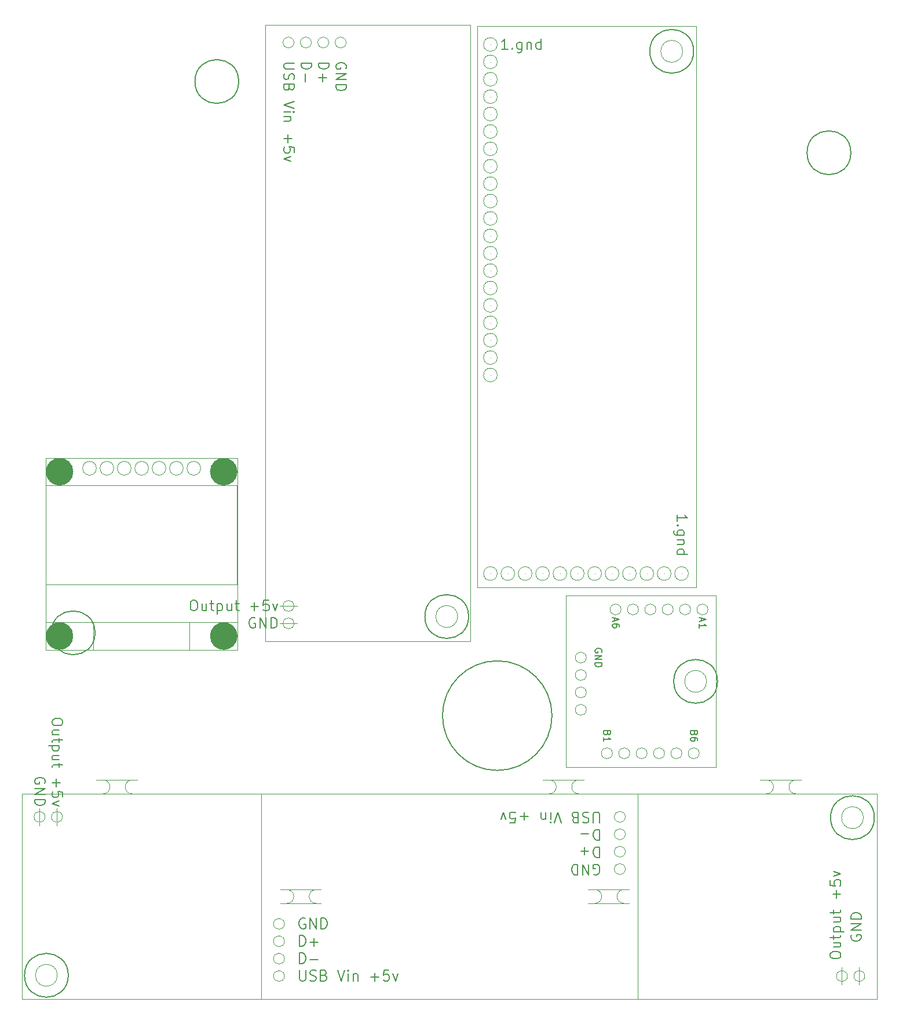
<source format=gbr>
%TF.GenerationSoftware,KiCad,Pcbnew,(6.0.5)*%
%TF.CreationDate,2022-08-13T10:07:46+02:00*%
%TF.ProjectId,clarinoid-devboard,636c6172-696e-46f6-9964-2d646576626f,rev?*%
%TF.SameCoordinates,Original*%
%TF.FileFunction,Other,Comment*%
%FSLAX46Y46*%
G04 Gerber Fmt 4.6, Leading zero omitted, Abs format (unit mm)*
G04 Created by KiCad (PCBNEW (6.0.5)) date 2022-08-13 10:07:46*
%MOMM*%
%LPD*%
G01*
G04 APERTURE LIST*
%ADD10C,0.150000*%
%ADD11C,0.120000*%
%ADD12C,2.000000*%
%ADD13C,0.100000*%
G04 APERTURE END LIST*
D10*
X408629304Y-105440034D02*
G75*
G03*
X408629304Y-105440034I-8000000J0D01*
G01*
%TO.C,U18*%
X415545137Y-121073367D02*
X415545137Y-119826700D01*
X415471804Y-119680034D01*
X415398470Y-119606700D01*
X415251804Y-119533367D01*
X414958470Y-119533367D01*
X414811804Y-119606700D01*
X414738470Y-119680034D01*
X414665137Y-119826700D01*
X414665137Y-121073367D01*
X414005137Y-119606700D02*
X413785137Y-119533367D01*
X413418470Y-119533367D01*
X413271804Y-119606700D01*
X413198470Y-119680034D01*
X413125137Y-119826700D01*
X413125137Y-119973367D01*
X413198470Y-120120034D01*
X413271804Y-120193367D01*
X413418470Y-120266700D01*
X413711804Y-120340034D01*
X413858470Y-120413367D01*
X413931804Y-120486700D01*
X414005137Y-120633367D01*
X414005137Y-120780034D01*
X413931804Y-120926700D01*
X413858470Y-121000034D01*
X413711804Y-121073367D01*
X413345137Y-121073367D01*
X413125137Y-121000034D01*
X411951804Y-120340034D02*
X411731804Y-120266700D01*
X411658470Y-120193367D01*
X411585137Y-120046700D01*
X411585137Y-119826700D01*
X411658470Y-119680034D01*
X411731804Y-119606700D01*
X411878470Y-119533367D01*
X412465137Y-119533367D01*
X412465137Y-121073367D01*
X411951804Y-121073367D01*
X411805137Y-121000034D01*
X411731804Y-120926700D01*
X411658470Y-120780034D01*
X411658470Y-120633367D01*
X411731804Y-120486700D01*
X411805137Y-120413367D01*
X411951804Y-120340034D01*
X412465137Y-120340034D01*
X409971804Y-121073367D02*
X409458470Y-119533367D01*
X408945137Y-121073367D01*
X408431804Y-119533367D02*
X408431804Y-120560034D01*
X408431804Y-121073367D02*
X408505137Y-121000034D01*
X408431804Y-120926700D01*
X408358470Y-121000034D01*
X408431804Y-121073367D01*
X408431804Y-120926700D01*
X407698470Y-120560034D02*
X407698470Y-119533367D01*
X407698470Y-120413367D02*
X407625137Y-120486700D01*
X407478470Y-120560034D01*
X407258470Y-120560034D01*
X407111804Y-120486700D01*
X407038470Y-120340034D01*
X407038470Y-119533367D01*
X405131804Y-120120034D02*
X403958470Y-120120034D01*
X404545137Y-119533367D02*
X404545137Y-120706700D01*
X402491804Y-121073367D02*
X403225137Y-121073367D01*
X403298470Y-120340034D01*
X403225137Y-120413367D01*
X403078470Y-120486700D01*
X402711804Y-120486700D01*
X402565137Y-120413367D01*
X402491804Y-120340034D01*
X402418470Y-120193367D01*
X402418470Y-119826700D01*
X402491804Y-119680034D01*
X402565137Y-119606700D01*
X402711804Y-119533367D01*
X403078470Y-119533367D01*
X403225137Y-119606700D01*
X403298470Y-119680034D01*
X401905137Y-120560034D02*
X401538470Y-119533367D01*
X401171804Y-120560034D01*
X337112637Y-106249200D02*
X337112637Y-106542534D01*
X337039304Y-106689200D01*
X336892637Y-106835867D01*
X336599304Y-106909200D01*
X336085970Y-106909200D01*
X335792637Y-106835867D01*
X335645970Y-106689200D01*
X335572637Y-106542534D01*
X335572637Y-106249200D01*
X335645970Y-106102534D01*
X335792637Y-105955867D01*
X336085970Y-105882534D01*
X336599304Y-105882534D01*
X336892637Y-105955867D01*
X337039304Y-106102534D01*
X337112637Y-106249200D01*
X336599304Y-108229200D02*
X335572637Y-108229200D01*
X336599304Y-107569200D02*
X335792637Y-107569200D01*
X335645970Y-107642534D01*
X335572637Y-107789200D01*
X335572637Y-108009200D01*
X335645970Y-108155867D01*
X335719304Y-108229200D01*
X336599304Y-108742534D02*
X336599304Y-109329200D01*
X337112637Y-108962534D02*
X335792637Y-108962534D01*
X335645970Y-109035867D01*
X335572637Y-109182534D01*
X335572637Y-109329200D01*
X336599304Y-109842534D02*
X335059304Y-109842534D01*
X336525970Y-109842534D02*
X336599304Y-109989200D01*
X336599304Y-110282534D01*
X336525970Y-110429200D01*
X336452637Y-110502534D01*
X336305970Y-110575867D01*
X335865970Y-110575867D01*
X335719304Y-110502534D01*
X335645970Y-110429200D01*
X335572637Y-110282534D01*
X335572637Y-109989200D01*
X335645970Y-109842534D01*
X336599304Y-111895867D02*
X335572637Y-111895867D01*
X336599304Y-111235867D02*
X335792637Y-111235867D01*
X335645970Y-111309200D01*
X335572637Y-111455867D01*
X335572637Y-111675867D01*
X335645970Y-111822534D01*
X335719304Y-111895867D01*
X336599304Y-112409200D02*
X336599304Y-112995867D01*
X337112637Y-112629200D02*
X335792637Y-112629200D01*
X335645970Y-112702534D01*
X335572637Y-112849200D01*
X335572637Y-112995867D01*
X336159304Y-114682534D02*
X336159304Y-115855867D01*
X335572637Y-115269200D02*
X336745970Y-115269200D01*
X337112637Y-117322534D02*
X337112637Y-116589200D01*
X336379304Y-116515867D01*
X336452637Y-116589200D01*
X336525970Y-116735867D01*
X336525970Y-117102534D01*
X336452637Y-117249200D01*
X336379304Y-117322534D01*
X336232637Y-117395867D01*
X335865970Y-117395867D01*
X335719304Y-117322534D01*
X335645970Y-117249200D01*
X335572637Y-117102534D01*
X335572637Y-116735867D01*
X335645970Y-116589200D01*
X335719304Y-116515867D01*
X336599304Y-117909200D02*
X335572637Y-118275867D01*
X336599304Y-118642534D01*
X334499304Y-115342534D02*
X334572637Y-115195867D01*
X334572637Y-114975867D01*
X334499304Y-114755867D01*
X334352637Y-114609200D01*
X334205970Y-114535867D01*
X333912637Y-114462534D01*
X333692637Y-114462534D01*
X333399304Y-114535867D01*
X333252637Y-114609200D01*
X333105970Y-114755867D01*
X333032637Y-114975867D01*
X333032637Y-115122534D01*
X333105970Y-115342534D01*
X333179304Y-115415867D01*
X333692637Y-115415867D01*
X333692637Y-115122534D01*
X333032637Y-116075867D02*
X334572637Y-116075867D01*
X333032637Y-116955867D01*
X334572637Y-116955867D01*
X333032637Y-117689200D02*
X334572637Y-117689200D01*
X334572637Y-118055867D01*
X334499304Y-118275867D01*
X334352637Y-118422534D01*
X334205970Y-118495867D01*
X333912637Y-118569200D01*
X333692637Y-118569200D01*
X333399304Y-118495867D01*
X333252637Y-118422534D01*
X333105970Y-118275867D01*
X333032637Y-118055867D01*
X333032637Y-117689200D01*
X414738470Y-128620034D02*
X414885137Y-128693367D01*
X415105137Y-128693367D01*
X415325137Y-128620034D01*
X415471804Y-128473367D01*
X415545137Y-128326700D01*
X415618470Y-128033367D01*
X415618470Y-127813367D01*
X415545137Y-127520034D01*
X415471804Y-127373367D01*
X415325137Y-127226700D01*
X415105137Y-127153367D01*
X414958470Y-127153367D01*
X414738470Y-127226700D01*
X414665137Y-127300034D01*
X414665137Y-127813367D01*
X414958470Y-127813367D01*
X414005137Y-127153367D02*
X414005137Y-128693367D01*
X413125137Y-127153367D01*
X413125137Y-128693367D01*
X412391804Y-127153367D02*
X412391804Y-128693367D01*
X412025137Y-128693367D01*
X411805137Y-128620034D01*
X411658470Y-128473367D01*
X411585137Y-128326700D01*
X411511804Y-128033367D01*
X411511804Y-127813367D01*
X411585137Y-127520034D01*
X411658470Y-127373367D01*
X411805137Y-127226700D01*
X412025137Y-127153367D01*
X412391804Y-127153367D01*
X415545137Y-124613367D02*
X415545137Y-126153367D01*
X415178470Y-126153367D01*
X414958470Y-126080034D01*
X414811804Y-125933367D01*
X414738470Y-125786700D01*
X414665137Y-125493367D01*
X414665137Y-125273367D01*
X414738470Y-124980034D01*
X414811804Y-124833367D01*
X414958470Y-124686700D01*
X415178470Y-124613367D01*
X415545137Y-124613367D01*
X414005137Y-125200034D02*
X412831804Y-125200034D01*
X413418470Y-124613367D02*
X413418470Y-125786700D01*
X415545137Y-122073367D02*
X415545137Y-123613367D01*
X415178470Y-123613367D01*
X414958470Y-123540034D01*
X414811804Y-123393367D01*
X414738470Y-123246700D01*
X414665137Y-122953367D01*
X414665137Y-122733367D01*
X414738470Y-122440034D01*
X414811804Y-122293367D01*
X414958470Y-122146700D01*
X415178470Y-122073367D01*
X415545137Y-122073367D01*
X414005137Y-122660034D02*
X412831804Y-122660034D01*
%TO.C,U16*%
X356138470Y-88586700D02*
X356431804Y-88586700D01*
X356578470Y-88660034D01*
X356725137Y-88806700D01*
X356798470Y-89100034D01*
X356798470Y-89613367D01*
X356725137Y-89906700D01*
X356578470Y-90053367D01*
X356431804Y-90126700D01*
X356138470Y-90126700D01*
X355991804Y-90053367D01*
X355845137Y-89906700D01*
X355771804Y-89613367D01*
X355771804Y-89100034D01*
X355845137Y-88806700D01*
X355991804Y-88660034D01*
X356138470Y-88586700D01*
X358118470Y-89100034D02*
X358118470Y-90126700D01*
X357458470Y-89100034D02*
X357458470Y-89906700D01*
X357531804Y-90053367D01*
X357678470Y-90126700D01*
X357898470Y-90126700D01*
X358045137Y-90053367D01*
X358118470Y-89980034D01*
X358631804Y-89100034D02*
X359218470Y-89100034D01*
X358851804Y-88586700D02*
X358851804Y-89906700D01*
X358925137Y-90053367D01*
X359071804Y-90126700D01*
X359218470Y-90126700D01*
X359731804Y-89100034D02*
X359731804Y-90640034D01*
X359731804Y-89173367D02*
X359878470Y-89100034D01*
X360171804Y-89100034D01*
X360318470Y-89173367D01*
X360391804Y-89246700D01*
X360465137Y-89393367D01*
X360465137Y-89833367D01*
X360391804Y-89980034D01*
X360318470Y-90053367D01*
X360171804Y-90126700D01*
X359878470Y-90126700D01*
X359731804Y-90053367D01*
X361785137Y-89100034D02*
X361785137Y-90126700D01*
X361125137Y-89100034D02*
X361125137Y-89906700D01*
X361198470Y-90053367D01*
X361345137Y-90126700D01*
X361565137Y-90126700D01*
X361711804Y-90053367D01*
X361785137Y-89980034D01*
X362298470Y-89100034D02*
X362885137Y-89100034D01*
X362518470Y-88586700D02*
X362518470Y-89906700D01*
X362591804Y-90053367D01*
X362738470Y-90126700D01*
X362885137Y-90126700D01*
X364571804Y-89540034D02*
X365745137Y-89540034D01*
X365158470Y-90126700D02*
X365158470Y-88953367D01*
X367211804Y-88586700D02*
X366478470Y-88586700D01*
X366405137Y-89320034D01*
X366478470Y-89246700D01*
X366625137Y-89173367D01*
X366991804Y-89173367D01*
X367138470Y-89246700D01*
X367211804Y-89320034D01*
X367285137Y-89466700D01*
X367285137Y-89833367D01*
X367211804Y-89980034D01*
X367138470Y-90053367D01*
X366991804Y-90126700D01*
X366625137Y-90126700D01*
X366478470Y-90053367D01*
X366405137Y-89980034D01*
X367798470Y-89100034D02*
X368165137Y-90126700D01*
X368531804Y-89100034D01*
X374502637Y-10154200D02*
X376042637Y-10154200D01*
X376042637Y-10520867D01*
X375969304Y-10740867D01*
X375822637Y-10887534D01*
X375675970Y-10960867D01*
X375382637Y-11034200D01*
X375162637Y-11034200D01*
X374869304Y-10960867D01*
X374722637Y-10887534D01*
X374575970Y-10740867D01*
X374502637Y-10520867D01*
X374502637Y-10154200D01*
X375089304Y-11694200D02*
X375089304Y-12867534D01*
X374502637Y-12280867D02*
X375675970Y-12280867D01*
X365231804Y-91200034D02*
X365085137Y-91126700D01*
X364865137Y-91126700D01*
X364645137Y-91200034D01*
X364498470Y-91346700D01*
X364425137Y-91493367D01*
X364351804Y-91786700D01*
X364351804Y-92006700D01*
X364425137Y-92300034D01*
X364498470Y-92446700D01*
X364645137Y-92593367D01*
X364865137Y-92666700D01*
X365011804Y-92666700D01*
X365231804Y-92593367D01*
X365305137Y-92520034D01*
X365305137Y-92006700D01*
X365011804Y-92006700D01*
X365965137Y-92666700D02*
X365965137Y-91126700D01*
X366845137Y-92666700D01*
X366845137Y-91126700D01*
X367578470Y-92666700D02*
X367578470Y-91126700D01*
X367945137Y-91126700D01*
X368165137Y-91200034D01*
X368311804Y-91346700D01*
X368385137Y-91493367D01*
X368458470Y-91786700D01*
X368458470Y-92006700D01*
X368385137Y-92300034D01*
X368311804Y-92446700D01*
X368165137Y-92593367D01*
X367945137Y-92666700D01*
X367578470Y-92666700D01*
X371962637Y-10154200D02*
X373502637Y-10154200D01*
X373502637Y-10520867D01*
X373429304Y-10740867D01*
X373282637Y-10887534D01*
X373135970Y-10960867D01*
X372842637Y-11034200D01*
X372622637Y-11034200D01*
X372329304Y-10960867D01*
X372182637Y-10887534D01*
X372035970Y-10740867D01*
X371962637Y-10520867D01*
X371962637Y-10154200D01*
X372549304Y-11694200D02*
X372549304Y-12867534D01*
X370962637Y-10154200D02*
X369715970Y-10154200D01*
X369569304Y-10227534D01*
X369495970Y-10300867D01*
X369422637Y-10447534D01*
X369422637Y-10740867D01*
X369495970Y-10887534D01*
X369569304Y-10960867D01*
X369715970Y-11034200D01*
X370962637Y-11034200D01*
X369495970Y-11694200D02*
X369422637Y-11914200D01*
X369422637Y-12280867D01*
X369495970Y-12427534D01*
X369569304Y-12500867D01*
X369715970Y-12574200D01*
X369862637Y-12574200D01*
X370009304Y-12500867D01*
X370082637Y-12427534D01*
X370155970Y-12280867D01*
X370229304Y-11987534D01*
X370302637Y-11840867D01*
X370375970Y-11767534D01*
X370522637Y-11694200D01*
X370669304Y-11694200D01*
X370815970Y-11767534D01*
X370889304Y-11840867D01*
X370962637Y-11987534D01*
X370962637Y-12354200D01*
X370889304Y-12574200D01*
X370229304Y-13747534D02*
X370155970Y-13967534D01*
X370082637Y-14040867D01*
X369935970Y-14114200D01*
X369715970Y-14114200D01*
X369569304Y-14040867D01*
X369495970Y-13967534D01*
X369422637Y-13820867D01*
X369422637Y-13234200D01*
X370962637Y-13234200D01*
X370962637Y-13747534D01*
X370889304Y-13894200D01*
X370815970Y-13967534D01*
X370669304Y-14040867D01*
X370522637Y-14040867D01*
X370375970Y-13967534D01*
X370302637Y-13894200D01*
X370229304Y-13747534D01*
X370229304Y-13234200D01*
X370962637Y-15727534D02*
X369422637Y-16240867D01*
X370962637Y-16754200D01*
X369422637Y-17267534D02*
X370449304Y-17267534D01*
X370962637Y-17267534D02*
X370889304Y-17194200D01*
X370815970Y-17267534D01*
X370889304Y-17340867D01*
X370962637Y-17267534D01*
X370815970Y-17267534D01*
X370449304Y-18000867D02*
X369422637Y-18000867D01*
X370302637Y-18000867D02*
X370375970Y-18074200D01*
X370449304Y-18220867D01*
X370449304Y-18440867D01*
X370375970Y-18587534D01*
X370229304Y-18660867D01*
X369422637Y-18660867D01*
X370009304Y-20567534D02*
X370009304Y-21740867D01*
X369422637Y-21154200D02*
X370595970Y-21154200D01*
X370962637Y-23207534D02*
X370962637Y-22474200D01*
X370229304Y-22400867D01*
X370302637Y-22474200D01*
X370375970Y-22620867D01*
X370375970Y-22987534D01*
X370302637Y-23134200D01*
X370229304Y-23207534D01*
X370082637Y-23280867D01*
X369715970Y-23280867D01*
X369569304Y-23207534D01*
X369495970Y-23134200D01*
X369422637Y-22987534D01*
X369422637Y-22620867D01*
X369495970Y-22474200D01*
X369569304Y-22400867D01*
X370449304Y-23794200D02*
X369422637Y-24160867D01*
X370449304Y-24527534D01*
X378509304Y-10960867D02*
X378582637Y-10814200D01*
X378582637Y-10594200D01*
X378509304Y-10374200D01*
X378362637Y-10227534D01*
X378215970Y-10154200D01*
X377922637Y-10080867D01*
X377702637Y-10080867D01*
X377409304Y-10154200D01*
X377262637Y-10227534D01*
X377115970Y-10374200D01*
X377042637Y-10594200D01*
X377042637Y-10740867D01*
X377115970Y-10960867D01*
X377189304Y-11034200D01*
X377702637Y-11034200D01*
X377702637Y-10740867D01*
X377042637Y-11694200D02*
X378582637Y-11694200D01*
X377042637Y-12574200D01*
X378582637Y-12574200D01*
X377042637Y-13307534D02*
X378582637Y-13307534D01*
X378582637Y-13674200D01*
X378509304Y-13894200D01*
X378362637Y-14040867D01*
X378215970Y-14114200D01*
X377922637Y-14187534D01*
X377702637Y-14187534D01*
X377409304Y-14114200D01*
X377262637Y-14040867D01*
X377115970Y-13894200D01*
X377042637Y-13674200D01*
X377042637Y-13307534D01*
%TO.C,U44*%
X402170137Y-8136700D02*
X401290137Y-8136700D01*
X401730137Y-8136700D02*
X401730137Y-6596700D01*
X401583470Y-6816700D01*
X401436804Y-6963367D01*
X401290137Y-7036700D01*
X402830137Y-7990034D02*
X402903470Y-8063367D01*
X402830137Y-8136700D01*
X402756804Y-8063367D01*
X402830137Y-7990034D01*
X402830137Y-8136700D01*
X404223470Y-7110034D02*
X404223470Y-8356700D01*
X404150137Y-8503367D01*
X404076804Y-8576700D01*
X403930137Y-8650034D01*
X403710137Y-8650034D01*
X403563470Y-8576700D01*
X404223470Y-8063367D02*
X404076804Y-8136700D01*
X403783470Y-8136700D01*
X403636804Y-8063367D01*
X403563470Y-7990034D01*
X403490137Y-7843367D01*
X403490137Y-7403367D01*
X403563470Y-7256700D01*
X403636804Y-7183367D01*
X403783470Y-7110034D01*
X404076804Y-7110034D01*
X404223470Y-7183367D01*
X404956804Y-7110034D02*
X404956804Y-8136700D01*
X404956804Y-7256700D02*
X405030137Y-7183367D01*
X405176804Y-7110034D01*
X405396804Y-7110034D01*
X405543470Y-7183367D01*
X405616804Y-7330034D01*
X405616804Y-8136700D01*
X407010137Y-8136700D02*
X407010137Y-6596700D01*
X407010137Y-8063367D02*
X406863470Y-8136700D01*
X406570137Y-8136700D01*
X406423470Y-8063367D01*
X406350137Y-7990034D01*
X406276804Y-7843367D01*
X406276804Y-7403367D01*
X406350137Y-7256700D01*
X406423470Y-7183367D01*
X406570137Y-7110034D01*
X406863470Y-7110034D01*
X407010137Y-7183367D01*
X426937637Y-77025867D02*
X426937637Y-76145867D01*
X426937637Y-76585867D02*
X428477637Y-76585867D01*
X428257637Y-76439200D01*
X428110970Y-76292534D01*
X428037637Y-76145867D01*
X427084304Y-77685867D02*
X427010970Y-77759200D01*
X426937637Y-77685867D01*
X427010970Y-77612534D01*
X427084304Y-77685867D01*
X426937637Y-77685867D01*
X427964304Y-79079200D02*
X426717637Y-79079200D01*
X426570970Y-79005867D01*
X426497637Y-78932534D01*
X426424304Y-78785867D01*
X426424304Y-78565867D01*
X426497637Y-78419200D01*
X427010970Y-79079200D02*
X426937637Y-78932534D01*
X426937637Y-78639200D01*
X427010970Y-78492534D01*
X427084304Y-78419200D01*
X427230970Y-78345867D01*
X427670970Y-78345867D01*
X427817637Y-78419200D01*
X427890970Y-78492534D01*
X427964304Y-78639200D01*
X427964304Y-78932534D01*
X427890970Y-79079200D01*
X427964304Y-79812534D02*
X426937637Y-79812534D01*
X427817637Y-79812534D02*
X427890970Y-79885867D01*
X427964304Y-80032534D01*
X427964304Y-80252534D01*
X427890970Y-80399200D01*
X427744304Y-80472534D01*
X426937637Y-80472534D01*
X426937637Y-81865867D02*
X428477637Y-81865867D01*
X427010970Y-81865867D02*
X426937637Y-81719200D01*
X426937637Y-81425867D01*
X427010970Y-81279200D01*
X427084304Y-81205867D01*
X427230970Y-81132534D01*
X427670970Y-81132534D01*
X427817637Y-81205867D01*
X427890970Y-81279200D01*
X427964304Y-81425867D01*
X427964304Y-81719200D01*
X427890970Y-81865867D01*
%TO.C,U4*%
X415889304Y-96208129D02*
X415936923Y-96112891D01*
X415936923Y-95970034D01*
X415889304Y-95827176D01*
X415794065Y-95731938D01*
X415698827Y-95684319D01*
X415508351Y-95636700D01*
X415365494Y-95636700D01*
X415175018Y-95684319D01*
X415079780Y-95731938D01*
X414984542Y-95827176D01*
X414936923Y-95970034D01*
X414936923Y-96065272D01*
X414984542Y-96208129D01*
X415032161Y-96255748D01*
X415365494Y-96255748D01*
X415365494Y-96065272D01*
X414936923Y-96684319D02*
X415936923Y-96684319D01*
X414936923Y-97255748D01*
X415936923Y-97255748D01*
X414936923Y-97731938D02*
X415936923Y-97731938D01*
X415936923Y-97970034D01*
X415889304Y-98112891D01*
X415794065Y-98208129D01*
X415698827Y-98255748D01*
X415508351Y-98303367D01*
X415365494Y-98303367D01*
X415175018Y-98255748D01*
X415079780Y-98208129D01*
X414984542Y-98112891D01*
X414936923Y-97970034D01*
X414936923Y-97731938D01*
X417762637Y-91175748D02*
X417762637Y-91651938D01*
X417476923Y-91080510D02*
X418476923Y-91413843D01*
X417476923Y-91747176D01*
X418476923Y-92509081D02*
X418476923Y-92318605D01*
X418429304Y-92223367D01*
X418381684Y-92175748D01*
X418238827Y-92080510D01*
X418048351Y-92032891D01*
X417667399Y-92032891D01*
X417572161Y-92080510D01*
X417524542Y-92128129D01*
X417476923Y-92223367D01*
X417476923Y-92413843D01*
X417524542Y-92509081D01*
X417572161Y-92556700D01*
X417667399Y-92604319D01*
X417905494Y-92604319D01*
X418000732Y-92556700D01*
X418048351Y-92509081D01*
X418095970Y-92413843D01*
X418095970Y-92223367D01*
X418048351Y-92128129D01*
X418000732Y-92080510D01*
X417905494Y-92032891D01*
X429430732Y-107995272D02*
X429383113Y-108138129D01*
X429335494Y-108185748D01*
X429240256Y-108233367D01*
X429097399Y-108233367D01*
X429002161Y-108185748D01*
X428954542Y-108138129D01*
X428906923Y-108042891D01*
X428906923Y-107661938D01*
X429906923Y-107661938D01*
X429906923Y-107995272D01*
X429859304Y-108090510D01*
X429811684Y-108138129D01*
X429716446Y-108185748D01*
X429621208Y-108185748D01*
X429525970Y-108138129D01*
X429478351Y-108090510D01*
X429430732Y-107995272D01*
X429430732Y-107661938D01*
X429906923Y-109090510D02*
X429906923Y-108900034D01*
X429859304Y-108804795D01*
X429811684Y-108757176D01*
X429668827Y-108661938D01*
X429478351Y-108614319D01*
X429097399Y-108614319D01*
X429002161Y-108661938D01*
X428954542Y-108709557D01*
X428906923Y-108804795D01*
X428906923Y-108995272D01*
X428954542Y-109090510D01*
X429002161Y-109138129D01*
X429097399Y-109185748D01*
X429335494Y-109185748D01*
X429430732Y-109138129D01*
X429478351Y-109090510D01*
X429525970Y-108995272D01*
X429525970Y-108804795D01*
X429478351Y-108709557D01*
X429430732Y-108661938D01*
X429335494Y-108614319D01*
X430462637Y-91175748D02*
X430462637Y-91651938D01*
X430176923Y-91080510D02*
X431176923Y-91413843D01*
X430176923Y-91747176D01*
X430176923Y-92604319D02*
X430176923Y-92032891D01*
X430176923Y-92318605D02*
X431176923Y-92318605D01*
X431034065Y-92223367D01*
X430938827Y-92128129D01*
X430891208Y-92032891D01*
X416730732Y-107995272D02*
X416683113Y-108138129D01*
X416635494Y-108185748D01*
X416540256Y-108233367D01*
X416397399Y-108233367D01*
X416302161Y-108185748D01*
X416254542Y-108138129D01*
X416206923Y-108042891D01*
X416206923Y-107661938D01*
X417206923Y-107661938D01*
X417206923Y-107995272D01*
X417159304Y-108090510D01*
X417111684Y-108138129D01*
X417016446Y-108185748D01*
X416921208Y-108185748D01*
X416825970Y-108138129D01*
X416778351Y-108090510D01*
X416730732Y-107995272D01*
X416730732Y-107661938D01*
X416206923Y-109185748D02*
X416206923Y-108614319D01*
X416206923Y-108900034D02*
X417206923Y-108900034D01*
X417064065Y-108804795D01*
X416968827Y-108709557D01*
X416921208Y-108614319D01*
%TO.C,U17*%
X371733470Y-141626700D02*
X371733470Y-140086700D01*
X372100137Y-140086700D01*
X372320137Y-140160034D01*
X372466804Y-140306700D01*
X372540137Y-140453367D01*
X372613470Y-140746700D01*
X372613470Y-140966700D01*
X372540137Y-141260034D01*
X372466804Y-141406700D01*
X372320137Y-141553367D01*
X372100137Y-141626700D01*
X371733470Y-141626700D01*
X373273470Y-141040034D02*
X374446804Y-141040034D01*
X371733470Y-139086700D02*
X371733470Y-137546700D01*
X372100137Y-137546700D01*
X372320137Y-137620034D01*
X372466804Y-137766700D01*
X372540137Y-137913367D01*
X372613470Y-138206700D01*
X372613470Y-138426700D01*
X372540137Y-138720034D01*
X372466804Y-138866700D01*
X372320137Y-139013367D01*
X372100137Y-139086700D01*
X371733470Y-139086700D01*
X373273470Y-138500034D02*
X374446804Y-138500034D01*
X373860137Y-139086700D02*
X373860137Y-137913367D01*
X452369304Y-137467534D02*
X452295970Y-137614200D01*
X452295970Y-137834200D01*
X452369304Y-138054200D01*
X452515970Y-138200867D01*
X452662637Y-138274200D01*
X452955970Y-138347534D01*
X453175970Y-138347534D01*
X453469304Y-138274200D01*
X453615970Y-138200867D01*
X453762637Y-138054200D01*
X453835970Y-137834200D01*
X453835970Y-137687534D01*
X453762637Y-137467534D01*
X453689304Y-137394200D01*
X453175970Y-137394200D01*
X453175970Y-137687534D01*
X453835970Y-136734200D02*
X452295970Y-136734200D01*
X453835970Y-135854200D01*
X452295970Y-135854200D01*
X453835970Y-135120867D02*
X452295970Y-135120867D01*
X452295970Y-134754200D01*
X452369304Y-134534200D01*
X452515970Y-134387534D01*
X452662637Y-134314200D01*
X452955970Y-134240867D01*
X453175970Y-134240867D01*
X453469304Y-134314200D01*
X453615970Y-134387534D01*
X453762637Y-134534200D01*
X453835970Y-134754200D01*
X453835970Y-135120867D01*
X449295970Y-140560867D02*
X449295970Y-140267534D01*
X449369304Y-140120867D01*
X449515970Y-139974200D01*
X449809304Y-139900867D01*
X450322637Y-139900867D01*
X450615970Y-139974200D01*
X450762637Y-140120867D01*
X450835970Y-140267534D01*
X450835970Y-140560867D01*
X450762637Y-140707534D01*
X450615970Y-140854200D01*
X450322637Y-140927534D01*
X449809304Y-140927534D01*
X449515970Y-140854200D01*
X449369304Y-140707534D01*
X449295970Y-140560867D01*
X449809304Y-138580867D02*
X450835970Y-138580867D01*
X449809304Y-139240867D02*
X450615970Y-139240867D01*
X450762637Y-139167534D01*
X450835970Y-139020867D01*
X450835970Y-138800867D01*
X450762637Y-138654200D01*
X450689304Y-138580867D01*
X449809304Y-138067534D02*
X449809304Y-137480867D01*
X449295970Y-137847534D02*
X450615970Y-137847534D01*
X450762637Y-137774200D01*
X450835970Y-137627534D01*
X450835970Y-137480867D01*
X449809304Y-136967534D02*
X451349304Y-136967534D01*
X449882637Y-136967534D02*
X449809304Y-136820867D01*
X449809304Y-136527534D01*
X449882637Y-136380867D01*
X449955970Y-136307534D01*
X450102637Y-136234200D01*
X450542637Y-136234200D01*
X450689304Y-136307534D01*
X450762637Y-136380867D01*
X450835970Y-136527534D01*
X450835970Y-136820867D01*
X450762637Y-136967534D01*
X449809304Y-134914200D02*
X450835970Y-134914200D01*
X449809304Y-135574200D02*
X450615970Y-135574200D01*
X450762637Y-135500867D01*
X450835970Y-135354200D01*
X450835970Y-135134200D01*
X450762637Y-134987534D01*
X450689304Y-134914200D01*
X449809304Y-134400867D02*
X449809304Y-133814200D01*
X449295970Y-134180867D02*
X450615970Y-134180867D01*
X450762637Y-134107534D01*
X450835970Y-133960867D01*
X450835970Y-133814200D01*
X450249304Y-132127534D02*
X450249304Y-130954200D01*
X450835970Y-131540867D02*
X449662637Y-131540867D01*
X449295970Y-129487534D02*
X449295970Y-130220867D01*
X450029304Y-130294200D01*
X449955970Y-130220867D01*
X449882637Y-130074200D01*
X449882637Y-129707534D01*
X449955970Y-129560867D01*
X450029304Y-129487534D01*
X450175970Y-129414200D01*
X450542637Y-129414200D01*
X450689304Y-129487534D01*
X450762637Y-129560867D01*
X450835970Y-129707534D01*
X450835970Y-130074200D01*
X450762637Y-130220867D01*
X450689304Y-130294200D01*
X449809304Y-128900867D02*
X450835970Y-128534200D01*
X449809304Y-128167534D01*
X372540137Y-135080034D02*
X372393470Y-135006700D01*
X372173470Y-135006700D01*
X371953470Y-135080034D01*
X371806804Y-135226700D01*
X371733470Y-135373367D01*
X371660137Y-135666700D01*
X371660137Y-135886700D01*
X371733470Y-136180034D01*
X371806804Y-136326700D01*
X371953470Y-136473367D01*
X372173470Y-136546700D01*
X372320137Y-136546700D01*
X372540137Y-136473367D01*
X372613470Y-136400034D01*
X372613470Y-135886700D01*
X372320137Y-135886700D01*
X373273470Y-136546700D02*
X373273470Y-135006700D01*
X374153470Y-136546700D01*
X374153470Y-135006700D01*
X374886804Y-136546700D02*
X374886804Y-135006700D01*
X375253470Y-135006700D01*
X375473470Y-135080034D01*
X375620137Y-135226700D01*
X375693470Y-135373367D01*
X375766804Y-135666700D01*
X375766804Y-135886700D01*
X375693470Y-136180034D01*
X375620137Y-136326700D01*
X375473470Y-136473367D01*
X375253470Y-136546700D01*
X374886804Y-136546700D01*
X371733470Y-142626700D02*
X371733470Y-143873367D01*
X371806804Y-144020034D01*
X371880137Y-144093367D01*
X372026804Y-144166700D01*
X372320137Y-144166700D01*
X372466804Y-144093367D01*
X372540137Y-144020034D01*
X372613470Y-143873367D01*
X372613470Y-142626700D01*
X373273470Y-144093367D02*
X373493470Y-144166700D01*
X373860137Y-144166700D01*
X374006804Y-144093367D01*
X374080137Y-144020034D01*
X374153470Y-143873367D01*
X374153470Y-143726700D01*
X374080137Y-143580034D01*
X374006804Y-143506700D01*
X373860137Y-143433367D01*
X373566804Y-143360034D01*
X373420137Y-143286700D01*
X373346804Y-143213367D01*
X373273470Y-143066700D01*
X373273470Y-142920034D01*
X373346804Y-142773367D01*
X373420137Y-142700034D01*
X373566804Y-142626700D01*
X373933470Y-142626700D01*
X374153470Y-142700034D01*
X375326804Y-143360034D02*
X375546804Y-143433367D01*
X375620137Y-143506700D01*
X375693470Y-143653367D01*
X375693470Y-143873367D01*
X375620137Y-144020034D01*
X375546804Y-144093367D01*
X375400137Y-144166700D01*
X374813470Y-144166700D01*
X374813470Y-142626700D01*
X375326804Y-142626700D01*
X375473470Y-142700034D01*
X375546804Y-142773367D01*
X375620137Y-142920034D01*
X375620137Y-143066700D01*
X375546804Y-143213367D01*
X375473470Y-143286700D01*
X375326804Y-143360034D01*
X374813470Y-143360034D01*
X377306804Y-142626700D02*
X377820137Y-144166700D01*
X378333470Y-142626700D01*
X378846804Y-144166700D02*
X378846804Y-143140034D01*
X378846804Y-142626700D02*
X378773470Y-142700034D01*
X378846804Y-142773367D01*
X378920137Y-142700034D01*
X378846804Y-142626700D01*
X378846804Y-142773367D01*
X379580137Y-143140034D02*
X379580137Y-144166700D01*
X379580137Y-143286700D02*
X379653470Y-143213367D01*
X379800137Y-143140034D01*
X380020137Y-143140034D01*
X380166804Y-143213367D01*
X380240137Y-143360034D01*
X380240137Y-144166700D01*
X382146804Y-143580034D02*
X383320137Y-143580034D01*
X382733470Y-144166700D02*
X382733470Y-142993367D01*
X384786804Y-142626700D02*
X384053470Y-142626700D01*
X383980137Y-143360034D01*
X384053470Y-143286700D01*
X384200137Y-143213367D01*
X384566804Y-143213367D01*
X384713470Y-143286700D01*
X384786804Y-143360034D01*
X384860137Y-143506700D01*
X384860137Y-143873367D01*
X384786804Y-144020034D01*
X384713470Y-144093367D01*
X384566804Y-144166700D01*
X384200137Y-144166700D01*
X384053470Y-144093367D01*
X383980137Y-144020034D01*
X385373470Y-143140034D02*
X385740137Y-144166700D01*
X386106804Y-143140034D01*
D11*
%TO.C,U18*%
X336269304Y-121500034D02*
X336269304Y-118960034D01*
X333729304Y-121500034D02*
X333729304Y-118960034D01*
X421139304Y-146850034D02*
X331139304Y-146850034D01*
X331139304Y-146850034D02*
X331139304Y-116850034D01*
X331139304Y-116850034D02*
X421139304Y-116850034D01*
X421139304Y-116850034D02*
X421139304Y-146850034D01*
X419349304Y-122770034D02*
G75*
G03*
X419349304Y-122770034I-800000J0D01*
G01*
X334529304Y-120230034D02*
G75*
G03*
X334529304Y-120230034I-800000J0D01*
G01*
X336329304Y-143360034D02*
G75*
G03*
X336329304Y-143360034I-1600000J0D01*
G01*
X419349304Y-127850034D02*
G75*
G03*
X419349304Y-127850034I-800000J0D01*
G01*
X333729304Y-144360034D02*
G75*
G03*
X333729304Y-144360034I0J0D01*
G01*
X419349304Y-125310034D02*
G75*
G03*
X419349304Y-125310034I-800000J0D01*
G01*
X337069304Y-120230034D02*
G75*
G03*
X337069304Y-120230034I-800000J0D01*
G01*
X419349304Y-120230034D02*
G75*
G03*
X419349304Y-120230034I-800000J0D01*
G01*
%TO.C,U16*%
X371389304Y-89430034D02*
X368849304Y-89430034D01*
X371389304Y-91970034D02*
X368849304Y-91970034D01*
X396739304Y-4560034D02*
X366739304Y-4560034D01*
X366739304Y-4560034D02*
X366739304Y-94560034D01*
X366739304Y-94560034D02*
X396739304Y-94560034D01*
X396739304Y-94560034D02*
X396739304Y-4560034D01*
X370919304Y-89430034D02*
G75*
G03*
X370919304Y-89430034I-800000J0D01*
G01*
X375999304Y-7150034D02*
G75*
G03*
X375999304Y-7150034I-800000J0D01*
G01*
X373459304Y-7150034D02*
G75*
G03*
X373459304Y-7150034I-800000J0D01*
G01*
X394849304Y-90970034D02*
G75*
G03*
X394849304Y-90970034I-1600000J0D01*
G01*
X378539304Y-7150034D02*
G75*
G03*
X378539304Y-7150034I-800000J0D01*
G01*
X394249304Y-91970034D02*
G75*
G03*
X394249304Y-91970034I0J0D01*
G01*
X370919304Y-91970034D02*
G75*
G03*
X370919304Y-91970034I-800000J0D01*
G01*
X370919304Y-7150034D02*
G75*
G03*
X370919304Y-7150034I-800000J0D01*
G01*
D10*
%TO.C,H15*%
X429329304Y-8440034D02*
G75*
G03*
X429329304Y-8440034I-3200000J0D01*
G01*
D11*
%TO.C,U44*%
X429729304Y-4740034D02*
X397729304Y-4740034D01*
X397729304Y-4740034D02*
X397729304Y-86740034D01*
X397729304Y-86740034D02*
X429729304Y-86740034D01*
X429729304Y-86740034D02*
X429729304Y-4740034D01*
X412329304Y-84700034D02*
G75*
G03*
X412329304Y-84700034I0J0D01*
G01*
X400629304Y-27760034D02*
G75*
G03*
X400629304Y-27760034I-1000000J0D01*
G01*
X399629304Y-7440034D02*
G75*
G03*
X399629304Y-7440034I0J0D01*
G01*
X399629304Y-84700034D02*
G75*
G03*
X399629304Y-84700034I0J0D01*
G01*
X400629304Y-55700034D02*
G75*
G03*
X400629304Y-55700034I-1000000J0D01*
G01*
X417409304Y-84700034D02*
G75*
G03*
X417409304Y-84700034I0J0D01*
G01*
X399629304Y-25220034D02*
G75*
G03*
X399629304Y-25220034I0J0D01*
G01*
X404709304Y-84700034D02*
G75*
G03*
X404709304Y-84700034I0J0D01*
G01*
X419949304Y-84700034D02*
G75*
G03*
X419949304Y-84700034I0J0D01*
G01*
X400629304Y-48080034D02*
G75*
G03*
X400629304Y-48080034I-1000000J0D01*
G01*
X399629304Y-32840034D02*
G75*
G03*
X399629304Y-32840034I0J0D01*
G01*
X400629304Y-40460034D02*
G75*
G03*
X400629304Y-40460034I-1000000J0D01*
G01*
X399629304Y-35380034D02*
G75*
G03*
X399629304Y-35380034I0J0D01*
G01*
X400629304Y-50620034D02*
G75*
G03*
X400629304Y-50620034I-1000000J0D01*
G01*
X400629304Y-30300034D02*
G75*
G03*
X400629304Y-30300034I-1000000J0D01*
G01*
X415869304Y-84700034D02*
G75*
G03*
X415869304Y-84700034I-1000000J0D01*
G01*
X399629304Y-17600034D02*
G75*
G03*
X399629304Y-17600034I0J0D01*
G01*
X400629304Y-12520034D02*
G75*
G03*
X400629304Y-12520034I-1000000J0D01*
G01*
X407249304Y-84700034D02*
G75*
G03*
X407249304Y-84700034I0J0D01*
G01*
X400629304Y-35380034D02*
G75*
G03*
X400629304Y-35380034I-1000000J0D01*
G01*
X400629304Y-53160034D02*
G75*
G03*
X400629304Y-53160034I-1000000J0D01*
G01*
X425029304Y-84700034D02*
G75*
G03*
X425029304Y-84700034I0J0D01*
G01*
X427569304Y-84700034D02*
G75*
G03*
X427569304Y-84700034I0J0D01*
G01*
X400629304Y-15060034D02*
G75*
G03*
X400629304Y-15060034I-1000000J0D01*
G01*
X423489304Y-84700034D02*
G75*
G03*
X423489304Y-84700034I-1000000J0D01*
G01*
X399629304Y-45540034D02*
G75*
G03*
X399629304Y-45540034I0J0D01*
G01*
X399629304Y-40460034D02*
G75*
G03*
X399629304Y-40460034I0J0D01*
G01*
X399629304Y-15060034D02*
G75*
G03*
X399629304Y-15060034I0J0D01*
G01*
X426029304Y-84700034D02*
G75*
G03*
X426029304Y-84700034I-1000000J0D01*
G01*
X402169304Y-84700034D02*
G75*
G03*
X402169304Y-84700034I0J0D01*
G01*
X427729304Y-8440034D02*
G75*
G03*
X427729304Y-8440034I-1600000J0D01*
G01*
X400629304Y-45540034D02*
G75*
G03*
X400629304Y-45540034I-1000000J0D01*
G01*
X400629304Y-9980034D02*
G75*
G03*
X400629304Y-9980034I-1000000J0D01*
G01*
X399629304Y-50620034D02*
G75*
G03*
X399629304Y-50620034I0J0D01*
G01*
X399629304Y-22680034D02*
G75*
G03*
X399629304Y-22680034I0J0D01*
G01*
X403169304Y-84700034D02*
G75*
G03*
X403169304Y-84700034I-1000000J0D01*
G01*
X428569304Y-84700034D02*
G75*
G03*
X428569304Y-84700034I-1000000J0D01*
G01*
X399629304Y-30300034D02*
G75*
G03*
X399629304Y-30300034I0J0D01*
G01*
X400629304Y-37920034D02*
G75*
G03*
X400629304Y-37920034I-1000000J0D01*
G01*
X400629304Y-25220034D02*
G75*
G03*
X400629304Y-25220034I-1000000J0D01*
G01*
X414869304Y-84700034D02*
G75*
G03*
X414869304Y-84700034I0J0D01*
G01*
X400629304Y-84700034D02*
G75*
G03*
X400629304Y-84700034I-1000000J0D01*
G01*
X413329304Y-84700034D02*
G75*
G03*
X413329304Y-84700034I-1000000J0D01*
G01*
X408249304Y-84700034D02*
G75*
G03*
X408249304Y-84700034I-1000000J0D01*
G01*
X409789304Y-84700034D02*
G75*
G03*
X409789304Y-84700034I0J0D01*
G01*
X400629304Y-32840034D02*
G75*
G03*
X400629304Y-32840034I-1000000J0D01*
G01*
X399629304Y-55700034D02*
G75*
G03*
X399629304Y-55700034I0J0D01*
G01*
X399629304Y-9980034D02*
G75*
G03*
X399629304Y-9980034I0J0D01*
G01*
X399629304Y-37920034D02*
G75*
G03*
X399629304Y-37920034I0J0D01*
G01*
X418409304Y-84700034D02*
G75*
G03*
X418409304Y-84700034I-1000000J0D01*
G01*
X400629304Y-43000034D02*
G75*
G03*
X400629304Y-43000034I-1000000J0D01*
G01*
X399629304Y-12520034D02*
G75*
G03*
X399629304Y-12520034I0J0D01*
G01*
X399629304Y-53160034D02*
G75*
G03*
X399629304Y-53160034I0J0D01*
G01*
X399629304Y-48080034D02*
G75*
G03*
X399629304Y-48080034I0J0D01*
G01*
X399629304Y-27760034D02*
G75*
G03*
X399629304Y-27760034I0J0D01*
G01*
X399629304Y-43000034D02*
G75*
G03*
X399629304Y-43000034I0J0D01*
G01*
X400629304Y-20140034D02*
G75*
G03*
X400629304Y-20140034I-1000000J0D01*
G01*
X420949304Y-84700034D02*
G75*
G03*
X420949304Y-84700034I-1000000J0D01*
G01*
X400629304Y-7440034D02*
G75*
G03*
X400629304Y-7440034I-1000000J0D01*
G01*
X410789304Y-84700034D02*
G75*
G03*
X410789304Y-84700034I-1000000J0D01*
G01*
X405709304Y-84700034D02*
G75*
G03*
X405709304Y-84700034I-1000000J0D01*
G01*
X399629304Y-20140034D02*
G75*
G03*
X399629304Y-20140034I0J0D01*
G01*
X400629304Y-22680034D02*
G75*
G03*
X400629304Y-22680034I-1000000J0D01*
G01*
X422489304Y-84700034D02*
G75*
G03*
X422489304Y-84700034I0J0D01*
G01*
X400629304Y-17600034D02*
G75*
G03*
X400629304Y-17600034I-1000000J0D01*
G01*
D10*
%TO.C,H7*%
X337929304Y-143360034D02*
G75*
G03*
X337929304Y-143360034I-3200000J0D01*
G01*
%TO.C,H14*%
X432829304Y-100440034D02*
G75*
G03*
X432829304Y-100440034I-3200000J0D01*
G01*
D11*
%TO.C,U12*%
X334612448Y-91824200D02*
X362612448Y-91824200D01*
X362612448Y-71824200D02*
X334652448Y-71824200D01*
X334652448Y-71824200D02*
X334652448Y-86324200D01*
X334652448Y-86324200D02*
X362612448Y-86324200D01*
X362612448Y-86324200D02*
X362612448Y-71824200D01*
X334652448Y-67824200D02*
X362652448Y-67824200D01*
X362652448Y-67824200D02*
X362652448Y-95824200D01*
X362652448Y-95824200D02*
X334652448Y-95824200D01*
X334652448Y-95824200D02*
X334652448Y-67824200D01*
X341612448Y-91824200D02*
X355612448Y-91824200D01*
X355612448Y-91824200D02*
X355612448Y-95824200D01*
X355612448Y-95824200D02*
X341612448Y-95824200D01*
X341612448Y-95824200D02*
X341612448Y-91824200D01*
X357272448Y-69324200D02*
G75*
G03*
X357272448Y-69324200I-1000000J0D01*
G01*
D12*
X337652448Y-93824200D02*
G75*
G03*
X337652448Y-93824200I-1000000J0D01*
G01*
D11*
X352192448Y-69324200D02*
G75*
G03*
X352192448Y-69324200I-1000000J0D01*
G01*
D12*
X337652448Y-69824200D02*
G75*
G03*
X337652448Y-69824200I-1000000J0D01*
G01*
D11*
X347112448Y-69324200D02*
G75*
G03*
X347112448Y-69324200I-1000000J0D01*
G01*
X342032448Y-69324200D02*
G75*
G03*
X342032448Y-69324200I-1000000J0D01*
G01*
D12*
X361652448Y-69824200D02*
G75*
G03*
X361652448Y-69824200I-1000000J0D01*
G01*
D11*
X354732448Y-69324200D02*
G75*
G03*
X354732448Y-69324200I-1000000J0D01*
G01*
D12*
X361652448Y-93824200D02*
G75*
G03*
X361652448Y-93824200I-1000000J0D01*
G01*
D11*
X344572448Y-69324200D02*
G75*
G03*
X344572448Y-69324200I-1000000J0D01*
G01*
X349652448Y-69324200D02*
G75*
G03*
X349652448Y-69324200I-1000000J0D01*
G01*
%TO.C,U15*%
X407264304Y-114850034D02*
X413264304Y-114850034D01*
X407264304Y-116850034D02*
X413264304Y-116850034D01*
D13*
X412514304Y-114850034D02*
G75*
G03*
X412514304Y-116850034I0J-1000000D01*
G01*
X408264304Y-116850034D02*
G75*
G03*
X408264304Y-114850034I0J1000000D01*
G01*
D11*
%TO.C,U50*%
X413889342Y-132850068D02*
X419889342Y-132850068D01*
X413889342Y-130850068D02*
X419889342Y-130850068D01*
D13*
X414889342Y-132850068D02*
G75*
G03*
X414889342Y-130850068I0J1000000D01*
G01*
X419139342Y-130850068D02*
G75*
G03*
X419139342Y-132850068I0J-1000000D01*
G01*
D10*
%TO.C,H2*%
X341839304Y-93350034D02*
G75*
G03*
X341839304Y-93350034I-3200000J0D01*
G01*
%TO.C,H8*%
X455749304Y-120340034D02*
G75*
G03*
X455749304Y-120340034I-3200000J0D01*
G01*
D11*
%TO.C,U10*%
X342014304Y-114850034D02*
X348014304Y-114850034D01*
X342014304Y-116850034D02*
X348014304Y-116850034D01*
D13*
X343014304Y-116850034D02*
G75*
G03*
X343014304Y-114850034I0J1000000D01*
G01*
X347264304Y-114850034D02*
G75*
G03*
X347264304Y-116850034I0J-1000000D01*
G01*
D10*
%TO.C,H5*%
X452311804Y-23251034D02*
G75*
G03*
X452311804Y-23251034I-3200000J0D01*
G01*
D11*
%TO.C,U4*%
X432629304Y-87940034D02*
X410629304Y-87940034D01*
X410629304Y-87940034D02*
X410629304Y-112940034D01*
X410629304Y-112940034D02*
X432629304Y-112940034D01*
X432629304Y-112940034D02*
X432629304Y-87940034D01*
X422539304Y-110940034D02*
G75*
G03*
X422539304Y-110940034I-800000J0D01*
G01*
X417459304Y-110940034D02*
G75*
G03*
X417459304Y-110940034I-800000J0D01*
G01*
X421269304Y-89940034D02*
G75*
G03*
X421269304Y-89940034I-800000J0D01*
G01*
X431229304Y-100440034D02*
G75*
G03*
X431229304Y-100440034I-1600000J0D01*
G01*
X413649304Y-96970034D02*
G75*
G03*
X413649304Y-96970034I-800000J0D01*
G01*
X418729304Y-89940034D02*
G75*
G03*
X418729304Y-89940034I-800000J0D01*
G01*
X413649304Y-104590034D02*
G75*
G03*
X413649304Y-104590034I-800000J0D01*
G01*
X430159304Y-110940034D02*
G75*
G03*
X430159304Y-110940034I-800000J0D01*
G01*
X426349304Y-89940034D02*
G75*
G03*
X426349304Y-89940034I-800000J0D01*
G01*
X413649304Y-99510034D02*
G75*
G03*
X413649304Y-99510034I-800000J0D01*
G01*
X431429304Y-89940034D02*
G75*
G03*
X431429304Y-89940034I-800000J0D01*
G01*
X425079304Y-110940034D02*
G75*
G03*
X425079304Y-110940034I-800000J0D01*
G01*
X423809304Y-89940034D02*
G75*
G03*
X423809304Y-89940034I-800000J0D01*
G01*
X413649304Y-102050034D02*
G75*
G03*
X413649304Y-102050034I-800000J0D01*
G01*
X427619304Y-110940034D02*
G75*
G03*
X427619304Y-110940034I-800000J0D01*
G01*
X419999304Y-110940034D02*
G75*
G03*
X419999304Y-110940034I-800000J0D01*
G01*
X428889304Y-89940034D02*
G75*
G03*
X428889304Y-89940034I-800000J0D01*
G01*
%TO.C,U17*%
X451009304Y-142200034D02*
X451009304Y-144740034D01*
X453549304Y-142200034D02*
X453549304Y-144740034D01*
X366139304Y-116850034D02*
X456139304Y-116850034D01*
X456139304Y-116850034D02*
X456139304Y-146850034D01*
X456139304Y-146850034D02*
X366139304Y-146850034D01*
X366139304Y-146850034D02*
X366139304Y-116850034D01*
X451809304Y-143470034D02*
G75*
G03*
X451809304Y-143470034I-800000J0D01*
G01*
X369529304Y-135850034D02*
G75*
G03*
X369529304Y-135850034I-800000J0D01*
G01*
X454349304Y-143470034D02*
G75*
G03*
X454349304Y-143470034I-800000J0D01*
G01*
X454149304Y-120340034D02*
G75*
G03*
X454149304Y-120340034I-1600000J0D01*
G01*
X453549304Y-119340034D02*
G75*
G03*
X453549304Y-119340034I0J0D01*
G01*
X369529304Y-143470034D02*
G75*
G03*
X369529304Y-143470034I-800000J0D01*
G01*
X369529304Y-138390034D02*
G75*
G03*
X369529304Y-138390034I-800000J0D01*
G01*
X369529304Y-140930034D02*
G75*
G03*
X369529304Y-140930034I-800000J0D01*
G01*
D10*
%TO.C,H13*%
X396449304Y-90970034D02*
G75*
G03*
X396449304Y-90970034I-3200000J0D01*
G01*
%TO.C,H3*%
X362839304Y-12850034D02*
G75*
G03*
X362839304Y-12850034I-3200000J0D01*
G01*
D11*
%TO.C,U48*%
X368889342Y-132850034D02*
X374889342Y-132850034D01*
X368889342Y-130850034D02*
X374889342Y-130850034D01*
D13*
X374139342Y-130850034D02*
G75*
G03*
X374139342Y-132850034I0J-1000000D01*
G01*
X369889342Y-132850034D02*
G75*
G03*
X369889342Y-130850034I0J1000000D01*
G01*
D11*
%TO.C,U9*%
X439014304Y-116850034D02*
X445014304Y-116850034D01*
X439014304Y-114850034D02*
X445014304Y-114850034D01*
D13*
X440014304Y-116850034D02*
G75*
G03*
X440014304Y-114850034I0J1000000D01*
G01*
X444264304Y-114850034D02*
G75*
G03*
X444264304Y-116850034I0J-1000000D01*
G01*
%TD*%
M02*

</source>
